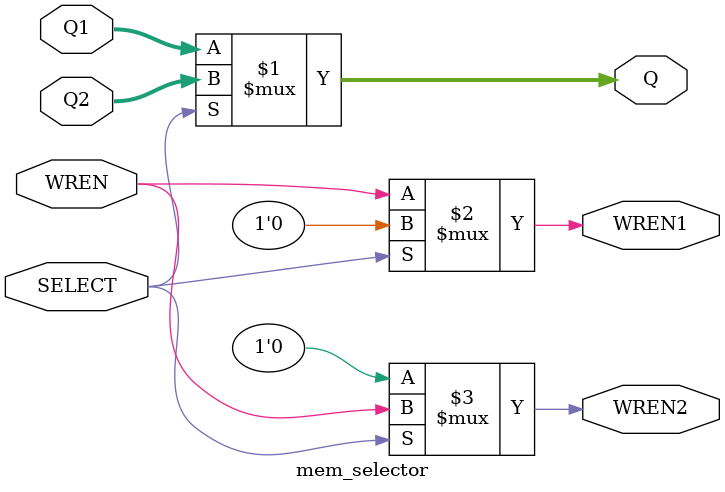
<source format=v>
module mem_selector(
    input WREN,
    output [15:0]Q,

    output WREN1,
    input [15:0]Q1,

    output WREN2,
    input [15:0]Q2,

    input SELECT
);

assign Q = SELECT ? Q2 : Q1;
assign WREN1 = SELECT ? 1'b0 : WREN;
assign WREN2 = SELECT ? WREN : 1'b0;

endmodule
</source>
